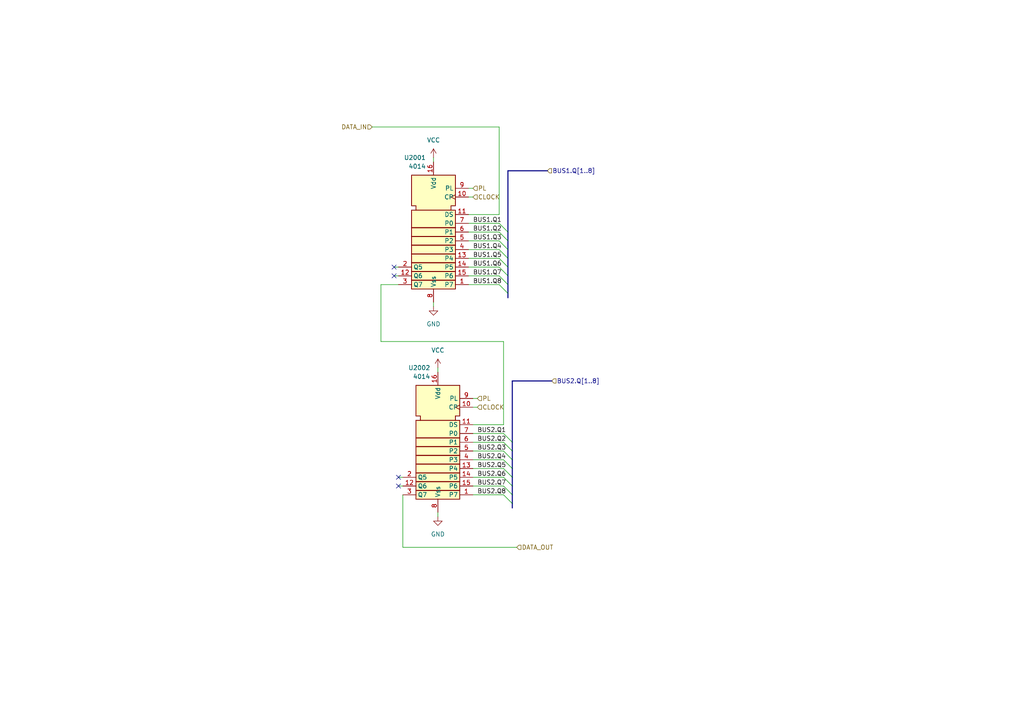
<source format=kicad_sch>
(kicad_sch (version 20231120) (generator "eeschema") (generator_version "8.0")
  (paper "A4")
  (lib_symbols
    (symbol "4xxx_IEEE:4014"
      (property "Reference" "U" (at 7.62 11.43 0))
      (property "Value" "4014" (at 7.62 -17.78 0))
      (symbol "4014_0_1"
        (rectangle (start -6.35 -13.97) (end 6.35 -16.51) (stroke (width 0.254)) (fill (type background)))
        (rectangle (start -6.35 -11.43) (end 6.35 -13.97) (stroke (width 0.254)) (fill (type background)))
        (rectangle (start -6.35 -8.89) (end 6.35 -11.43) (stroke (width 0.254)) (fill (type background)))
        (rectangle (start -6.35 -6.35) (end 6.35 -8.89) (stroke (width 0.254)) (fill (type background)))
        (rectangle (start -6.35 -3.81) (end 6.35 -6.35) (stroke (width 0.254)) (fill (type background)))
        (rectangle (start -6.35 -1.27) (end 6.35 -3.81) (stroke (width 0.254)) (fill (type background)))
        (rectangle (start -6.35 1.27) (end 6.35 -1.27) (stroke (width 0.254)) (fill (type background)))
        (rectangle (start -6.35 6.35) (end 6.35 1.27) (stroke (width 0.254)) (fill (type background)))
        (polyline (pts (xy -5.08 6.35) (xy -5.08 7.62) (xy -6.35 7.62) (xy -6.35 16.51) (xy 6.35 16.51) (xy 6.35 7.62) (xy 5.08 7.62) (xy 5.08 6.35) (xy 5.08 6.35)) (stroke (width 0.254)) (fill (type background)))
      )
      (symbol "4014_1_1"
        (pin input line (at -10.16 -15.24 0) (length 3.81) (name "P7") (number "1"))
        (pin input clock (at -10.16 10.16 0) (length 3.81) (name "CP") (number "10"))
        (pin input line (at -10.16 5.08 0) (length 3.81) (name "DS") (number "11"))
        (pin output line (at 10.16 -12.7 180) (length 3.81) (name "Q6") (number "12"))
        (pin input line (at -10.16 -7.62 0) (length 3.81) (name "P4") (number "13"))
        (pin input line (at -10.16 -10.16 0) (length 3.81) (name "P5") (number "14"))
        (pin input line (at -10.16 -12.7 0) (length 3.81) (name "P6") (number "15"))
        (pin power_in line (at 0 20.32 270) (length 3.81) (name "Vdd") (number "16"))
        (pin output line (at 10.16 -10.16 180) (length 3.81) (name "Q5") (number "2"))
        (pin output line (at 10.16 -15.24 180) (length 3.81) (name "Q7") (number "3"))
        (pin input line (at -10.16 -5.08 0) (length 3.81) (name "P3") (number "4"))
        (pin input line (at -10.16 -2.54 0) (length 3.81) (name "P2") (number "5"))
        (pin input line (at -10.16 0 0) (length 3.81) (name "P1") (number "6"))
        (pin input line (at -10.16 2.54 0) (length 3.81) (name "P0") (number "7"))
        (pin power_in line (at 0 -20.32 90) (length 3.81) (name "Vss") (number "8"))
        (pin input line (at -10.16 12.7 0) (length 3.81) (name "PL") (number "9"))
      )
    )
    (symbol "power:GND" (power) (pin_names (offset 0))
      (property "Value" "GND" (at 0 -3.81 0))
      (symbol "GND_0_1"
        (polyline (pts (xy 0 0) (xy 0 -1.27) (xy 1.27 -1.27) (xy 0 -2.54) (xy -1.27 -1.27) (xy 0 -1.27)))
      )
      (symbol "GND_1_1"
        (pin power_in line (at 0 0 270) (length 0) hide (name "GND") (number "1"))
      )
    )
    (symbol "power:VCC" (power) (pin_names (offset 0))
      (property "Value" "VCC" (at 0 3.81 0))
      (symbol "VCC_0_1"
        (polyline (pts (xy -0.762 1.27) (xy 0 2.54)))
        (polyline (pts (xy 0 0) (xy 0 2.54)))
        (polyline (pts (xy 0 2.54) (xy 0.762 1.27)))
      )
      (symbol "VCC_1_1"
        (pin power_in line (at 0 0 90) (length 0) hide (name "VCC") (number "1"))
      )
    )
  )
  (no_connect (at 114.3 80.01))
  (no_connect (at 115.57 140.97))
  (no_connect (at 114.3 77.47))
  (no_connect (at 115.57 138.43))
  (bus_entry (at 144.78 64.77) (size 2.54 2.54))
  (bus_entry (at 146.05 140.97) (size 2.54 2.54))
  (bus_entry (at 146.05 138.43) (size 2.54 2.54))
  (bus_entry (at 146.05 125.73) (size 2.54 2.54))
  (bus_entry (at 144.78 77.47) (size 2.54 2.54))
  (bus_entry (at 144.78 82.55) (size 2.54 2.54))
  (bus_entry (at 146.05 130.81) (size 2.54 2.54))
  (bus_entry (at 144.78 67.31) (size 2.54 2.54))
  (bus_entry (at 144.78 69.85) (size 2.54 2.54))
  (bus_entry (at 146.05 135.89) (size 2.54 2.54))
  (bus_entry (at 144.78 74.93) (size 2.54 2.54))
  (bus_entry (at 144.78 80.01) (size 2.54 2.54))
  (bus_entry (at 146.05 143.51) (size 2.54 2.54))
  (bus_entry (at 144.78 72.39) (size 2.54 2.54))
  (bus_entry (at 146.05 133.35) (size 2.54 2.54))
  (bus_entry (at 146.05 128.27) (size 2.54 2.54))
  (wire (pts (xy 116.84 158.75) (xy 149.86 158.75)))
  (wire (pts (xy 107.95 36.83) (xy 144.78 36.83)))
  (wire (pts (xy 135.89 77.47) (xy 144.78 77.47)))
  (bus (pts (xy 148.59 143.51) (xy 148.59 140.97)))
  (bus (pts (xy 147.32 72.39) (xy 147.32 69.85)))
  (wire (pts (xy 135.89 69.85) (xy 144.78 69.85)))
  (bus (pts (xy 147.32 49.53) (xy 158.75 49.53)))
  (wire (pts (xy 110.49 82.55) (xy 110.49 99.06)))
  (wire (pts (xy 135.89 64.77) (xy 144.78 64.77)))
  (bus (pts (xy 148.59 140.97) (xy 148.59 138.43)))
  (wire (pts (xy 115.57 140.97) (xy 116.84 140.97)))
  (bus (pts (xy 148.59 147.32) (xy 148.59 146.05)))
  (wire (pts (xy 135.89 57.15) (xy 137.16 57.15)))
  (bus (pts (xy 147.32 77.47) (xy 147.32 74.93)))
  (wire (pts (xy 127 148.59) (xy 127 149.86)))
  (wire (pts (xy 137.16 118.11) (xy 138.43 118.11)))
  (wire (pts (xy 137.16 115.57) (xy 138.43 115.57)))
  (wire (pts (xy 135.89 74.93) (xy 144.78 74.93)))
  (wire (pts (xy 135.89 80.01) (xy 144.78 80.01)))
  (wire (pts (xy 135.89 54.61) (xy 137.16 54.61)))
  (wire (pts (xy 116.84 143.51) (xy 116.84 158.75)))
  (wire (pts (xy 137.16 143.51) (xy 146.05 143.51)))
  (bus (pts (xy 147.32 85.09) (xy 147.32 82.55)))
  (wire (pts (xy 115.57 82.55) (xy 110.49 82.55)))
  (bus (pts (xy 148.59 146.05) (xy 148.59 143.51)))
  (bus (pts (xy 148.59 133.35) (xy 148.59 130.81)))
  (wire (pts (xy 137.16 135.89) (xy 146.05 135.89)))
  (wire (pts (xy 127 106.68) (xy 127 107.95)))
  (wire (pts (xy 137.16 128.27) (xy 146.05 128.27)))
  (wire (pts (xy 146.05 99.06) (xy 146.05 123.19)))
  (bus (pts (xy 147.32 67.31) (xy 147.32 49.53)))
  (wire (pts (xy 144.78 62.23) (xy 135.89 62.23)))
  (wire (pts (xy 137.16 133.35) (xy 146.05 133.35)))
  (bus (pts (xy 148.59 135.89) (xy 148.59 133.35)))
  (bus (pts (xy 148.59 110.49) (xy 160.02 110.49)))
  (bus (pts (xy 147.32 86.36) (xy 147.32 85.09)))
  (bus (pts (xy 147.32 74.93) (xy 147.32 72.39)))
  (wire (pts (xy 137.16 130.81) (xy 146.05 130.81)))
  (wire (pts (xy 114.3 80.01) (xy 115.57 80.01)))
  (wire (pts (xy 115.57 138.43) (xy 116.84 138.43)))
  (wire (pts (xy 135.89 82.55) (xy 144.78 82.55)))
  (wire (pts (xy 125.73 45.72) (xy 125.73 46.99)))
  (bus (pts (xy 148.59 130.81) (xy 148.59 128.27)))
  (bus (pts (xy 148.59 128.27) (xy 148.59 110.49)))
  (wire (pts (xy 125.73 87.63) (xy 125.73 88.9)))
  (wire (pts (xy 110.49 99.06) (xy 146.05 99.06)))
  (bus (pts (xy 148.59 138.43) (xy 148.59 135.89)))
  (wire (pts (xy 137.16 140.97) (xy 146.05 140.97)))
  (bus (pts (xy 147.32 82.55) (xy 147.32 80.01)))
  (wire (pts (xy 137.16 138.43) (xy 146.05 138.43)))
  (bus (pts (xy 147.32 80.01) (xy 147.32 77.47)))
  (wire (pts (xy 146.05 123.19) (xy 137.16 123.19)))
  (wire (pts (xy 137.16 125.73) (xy 146.05 125.73)))
  (bus (pts (xy 147.32 69.85) (xy 147.32 67.31)))
  (wire (pts (xy 114.3 77.47) (xy 115.57 77.47)))
  (wire (pts (xy 135.89 67.31) (xy 144.78 67.31)))
  (wire (pts (xy 135.89 72.39) (xy 144.78 72.39)))
  (wire (pts (xy 144.78 36.83) (xy 144.78 62.23)))
  (label "BUS1.Q3" (at 137.16 69.85 0))
  (label "BUS1.Q1" (at 137.16 64.77 0))
  (label "BUS1.Q5" (at 137.16 74.93 0))
  (label "BUS2.Q6" (at 138.43 138.43 0))
  (label "BUS2.Q1" (at 138.43 125.73 0))
  (label "BUS1.Q7" (at 137.16 80.01 0))
  (label "BUS1.Q8" (at 137.16 82.55 0))
  (label "BUS2.Q7" (at 138.43 140.97 0))
  (label "BUS1.Q4" (at 137.16 72.39 0))
  (label "BUS2.Q4" (at 138.43 133.35 0))
  (label "BUS2.Q3" (at 138.43 130.81 0))
  (label "BUS2.Q2" (at 138.43 128.27 0))
  (label "BUS2.Q5" (at 138.43 135.89 0))
  (label "BUS1.Q2" (at 137.16 67.31 0))
  (label "BUS1.Q6" (at 137.16 77.47 0))
  (label "BUS2.Q8" (at 138.43 143.51 0))
  (hierarchical_label "CLOCK" (shape input) (at 137.16 57.15 0))
  (hierarchical_label "PL" (shape input) (at 137.16 54.61 0))
  (hierarchical_label "BUS1.Q[1..8]" (shape input) (at 158.75 49.53 0))
  (hierarchical_label "BUS2.Q[1..8]" (shape input) (at 160.02 110.49 0))
  (hierarchical_label "DATA_IN" (shape input) (at 107.95 36.83 180))
  (hierarchical_label "DATA_OUT" (shape input) (at 149.86 158.75 0))
  (hierarchical_label "PL" (shape input) (at 138.43 115.57 0))
  (hierarchical_label "CLOCK" (shape input) (at 138.43 118.11 0))
  (symbol (lib_id "power:VCC") (at 127 106.68 0) (unit 1)
    (property "Reference" "#PWR02003" (effects (hide yes)))
    (property "Value" "VCC" (at 127 101.6 0))
  )
  (symbol (lib_id "4xxx_IEEE:4014") (at 127 128.27 0) (mirror y) (unit 1)
    (property "Reference" "U2002" (at 124.8059 106.68 0) (effects (justify left)))
    (property "Value" "4014" (at 124.8059 109.22 0) (effects (justify left)))
    (property "Footprint" "Package_SO:SOIC-16_3.9x9.9mm_P1.27mm" (effects (hide yes)))
    (property "Datasheet" "https://datasheet.lcsc.com/lcsc/2003172043_Texas-Instruments-CD4014BM96_C496106.pdf" (effects (hide yes)))
    (property "JLCPCB Part#" "C496106" (effects (hide yes)))
  )
  (symbol (lib_id "power:GND") (at 127 149.86 0) (unit 1)
    (property "Reference" "#PWR02004" (effects (hide yes)))
    (property "Value" "GND" (at 127 154.94 0))
  )
  (symbol (lib_id "power:GND") (at 125.73 88.9 0) (unit 1)
    (property "Reference" "#PWR02002" (effects (hide yes)))
    (property "Value" "GND" (at 125.73 93.98 0))
  )
  (symbol (lib_id "4xxx_IEEE:4014") (at 125.73 67.31 0) (mirror y) (unit 1)
    (property "Reference" "U2001" (at 123.5359 45.72 0) (effects (justify left)))
    (property "Value" "4014" (at 123.5359 48.26 0) (effects (justify left)))
    (property "Footprint" "Package_SO:SOIC-16_3.9x9.9mm_P1.27mm" (effects (hide yes)))
    (property "Datasheet" "https://datasheet.lcsc.com/lcsc/2003172043_Texas-Instruments-CD4014BM96_C496106.pdf" (effects (hide yes)))
    (property "JLCPCB Part#" "C496106" (effects (hide yes)))
  )
  (symbol (lib_id "power:VCC") (at 125.73 45.72 0) (unit 1)
    (property "Reference" "#PWR02001" (effects (hide yes)))
    (property "Value" "VCC" (at 125.73 40.64 0))
  )
)
</source>
